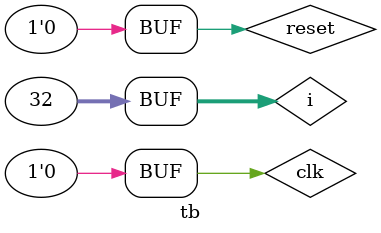
<source format=v>
`timescale 1ns / 1ps


module tb;

	// Inputs
	reg clk;
	reg reset;

	// Outputs
	wire [3:0] q;

	// Instantiate the Unit Under Test (UUT)
	syn_counter_4bit uut (
		.clk(clk), 
		.reset(reset), 
		.q(q)
	);
	integer i;
	initial begin
		// Initialize Inputs
		clk = 0;
		reset = 0;
		#10;       
		reset = 1;
		#10;		
		reset = 0;
		#10;
		for (i=0;i<32;i=i+1)
			#10 clk = ~clk;
		//$stop;
	end

endmodule

</source>
